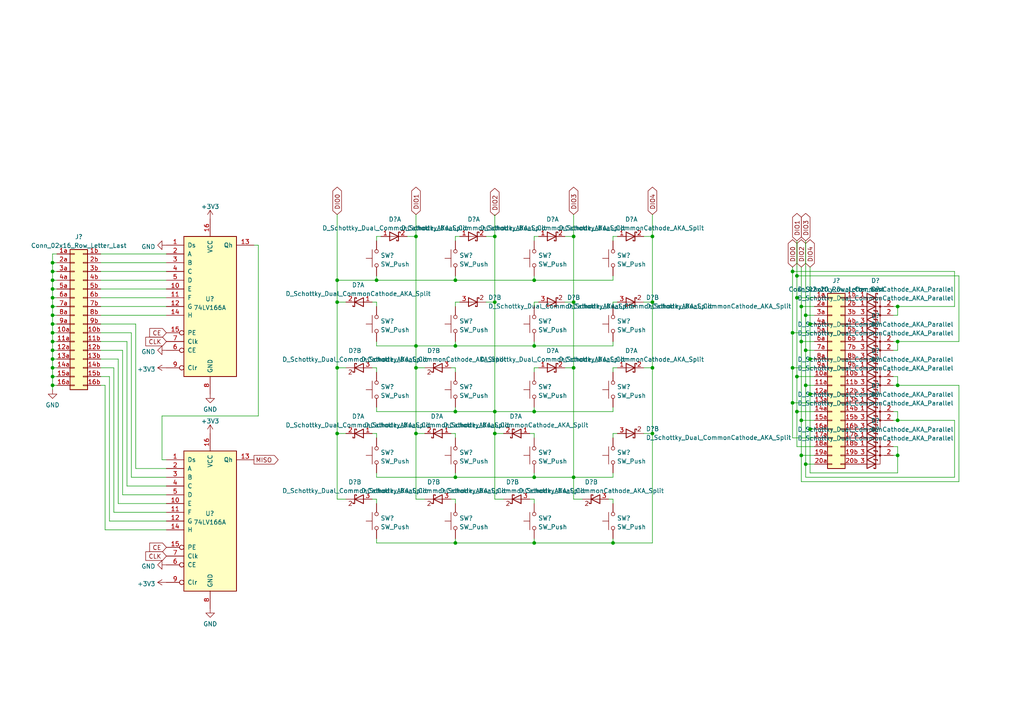
<source format=kicad_sch>
(kicad_sch (version 20211123) (generator eeschema)
  (paper "A4")
  (lib_symbols
    (symbol "74xx:74LS166" (pin_names (offset 1.016))
      (property "Reference" "U" (at -7.62 21.59 0))
      (property "Value" "74LS166" (at -7.62 -21.59 0))
      (symbol "74LS166_1_0"
        (pin input line (at -12.7 17.78 0) (length 5.08) (name "Ds") (number "1"))
        (pin input line (at -12.7 5.08 0) (length 5.08) (name "E") (number "10"))
        (pin input line (at -12.7 2.54 0) (length 5.08) (name "F") (number "11"))
        (pin input line (at -12.7 0 0) (length 5.08) (name "G") (number "12"))
        (pin output line (at 12.7 17.78 180) (length 5.08) (name "Qh") (number "13"))
        (pin input line (at -12.7 -2.54 0) (length 5.08) (name "H") (number "14"))
        (pin input inverted (at -12.7 -7.62 0) (length 5.08) (name "PE") (number "15"))
        (pin power_in line (at 0 25.4 270) (length 5.08) (name "VCC") (number "16"))
        (pin input line (at -12.7 15.24 0) (length 5.08) (name "A") (number "2"))
        (pin input line (at -12.7 12.7 0) (length 5.08) (name "B") (number "3"))
        (pin input line (at -12.7 10.16 0) (length 5.08) (name "C") (number "4"))
        (pin input line (at -12.7 7.62 0) (length 5.08) (name "D") (number "5"))
        (pin input inverted (at -12.7 -12.7 0) (length 5.08) (name "CE") (number "6"))
        (pin input line (at -12.7 -10.16 0) (length 5.08) (name "Clk") (number "7"))
        (pin power_in line (at 0 -25.4 90) (length 5.08) (name "GND") (number "8"))
        (pin input inverted (at -12.7 -17.78 0) (length 5.08) (name "Clr") (number "9"))
      )
      (symbol "74LS166_1_1"
        (rectangle (start -7.62 20.32) (end 7.62 -20.32) (stroke (width 0.254)) (fill (type background)))
      )
    )
    (symbol "Connector_Generic:Conn_02x16_Row_Letter_Last" (pin_names (offset 1.016) hide)
      (property "Reference" "J" (at 1.27 20.32 0))
      (property "Value" "Conn_02x16_Row_Letter_Last" (at 1.27 -22.86 0))
      (symbol "Conn_02x16_Row_Letter_Last_1_1"
        (rectangle (start -1.27 -20.193) (end 0 -20.447) (stroke (width 0.1524)))
        (rectangle (start -1.27 -17.653) (end 0 -17.907) (stroke (width 0.1524)))
        (rectangle (start -1.27 -15.113) (end 0 -15.367) (stroke (width 0.1524)))
        (rectangle (start -1.27 -12.573) (end 0 -12.827) (stroke (width 0.1524)))
        (rectangle (start -1.27 -10.033) (end 0 -10.287) (stroke (width 0.1524)))
        (rectangle (start -1.27 -7.493) (end 0 -7.747) (stroke (width 0.1524)))
        (rectangle (start -1.27 -4.953) (end 0 -5.207) (stroke (width 0.1524)))
        (rectangle (start -1.27 -2.413) (end 0 -2.667) (stroke (width 0.1524)))
        (rectangle (start -1.27 0.127) (end 0 -0.127) (stroke (width 0.1524)))
        (rectangle (start -1.27 2.667) (end 0 2.413) (stroke (width 0.1524)))
        (rectangle (start -1.27 5.207) (end 0 4.953) (stroke (width 0.1524)))
        (rectangle (start -1.27 7.747) (end 0 7.493) (stroke (width 0.1524)))
        (rectangle (start -1.27 10.287) (end 0 10.033) (stroke (width 0.1524)))
        (rectangle (start -1.27 12.827) (end 0 12.573) (stroke (width 0.1524)))
        (rectangle (start -1.27 15.367) (end 0 15.113) (stroke (width 0.1524)))
        (rectangle (start -1.27 17.907) (end 0 17.653) (stroke (width 0.1524)))
        (rectangle (start -1.27 19.05) (end 3.81 -21.59) (stroke (width 0.254)) (fill (type background)))
        (rectangle (start 3.81 -20.193) (end 2.54 -20.447) (stroke (width 0.1524)))
        (rectangle (start 3.81 -17.653) (end 2.54 -17.907) (stroke (width 0.1524)))
        (rectangle (start 3.81 -15.113) (end 2.54 -15.367) (stroke (width 0.1524)))
        (rectangle (start 3.81 -12.573) (end 2.54 -12.827) (stroke (width 0.1524)))
        (rectangle (start 3.81 -10.033) (end 2.54 -10.287) (stroke (width 0.1524)))
        (rectangle (start 3.81 -7.493) (end 2.54 -7.747) (stroke (width 0.1524)))
        (rectangle (start 3.81 -4.953) (end 2.54 -5.207) (stroke (width 0.1524)))
        (rectangle (start 3.81 -2.413) (end 2.54 -2.667) (stroke (width 0.1524)))
        (rectangle (start 3.81 0.127) (end 2.54 -0.127) (stroke (width 0.1524)))
        (rectangle (start 3.81 2.667) (end 2.54 2.413) (stroke (width 0.1524)))
        (rectangle (start 3.81 5.207) (end 2.54 4.953) (stroke (width 0.1524)))
        (rectangle (start 3.81 7.747) (end 2.54 7.493) (stroke (width 0.1524)))
        (rectangle (start 3.81 10.287) (end 2.54 10.033) (stroke (width 0.1524)))
        (rectangle (start 3.81 12.827) (end 2.54 12.573) (stroke (width 0.1524)))
        (rectangle (start 3.81 15.367) (end 2.54 15.113) (stroke (width 0.1524)))
        (rectangle (start 3.81 17.907) (end 2.54 17.653) (stroke (width 0.1524)))
        (pin passive line (at -5.08 -5.08 0) (length 3.81) (name "Pin_10a") (number "10a"))
        (pin passive line (at 7.62 -5.08 180) (length 3.81) (name "Pin_10b") (number "10b"))
        (pin passive line (at -5.08 -7.62 0) (length 3.81) (name "Pin_11a") (number "11a"))
        (pin passive line (at 7.62 -7.62 180) (length 3.81) (name "Pin_11b") (number "11b"))
        (pin passive line (at -5.08 -10.16 0) (length 3.81) (name "Pin_12a") (number "12a"))
        (pin passive line (at 7.62 -10.16 180) (length 3.81) (name "Pin_12b") (number "12b"))
        (pin passive line (at -5.08 -12.7 0) (length 3.81) (name "Pin_13a") (number "13a"))
        (pin passive line (at 7.62 -12.7 180) (length 3.81) (name "Pin_13b") (number "13b"))
        (pin passive line (at -5.08 -15.24 0) (length 3.81) (name "Pin_14a") (number "14a"))
        (pin passive line (at 7.62 -15.24 180) (length 3.81) (name "Pin_14b") (number "14b"))
        (pin passive line (at -5.08 -17.78 0) (length 3.81) (name "Pin_15a") (number "15a"))
        (pin passive line (at 7.62 -17.78 180) (length 3.81) (name "Pin_15b") (number "15b"))
        (pin passive line (at -5.08 -20.32 0) (length 3.81) (name "Pin_16a") (number "16a"))
        (pin passive line (at 7.62 -20.32 180) (length 3.81) (name "Pin_16b") (number "16b"))
        (pin passive line (at -5.08 17.78 0) (length 3.81) (name "Pin_1a") (number "1a"))
        (pin passive line (at 7.62 17.78 180) (length 3.81) (name "Pin_1b") (number "1b"))
        (pin passive line (at -5.08 15.24 0) (length 3.81) (name "Pin_2a") (number "2a"))
        (pin passive line (at 7.62 15.24 180) (length 3.81) (name "Pin_2b") (number "2b"))
        (pin passive line (at -5.08 12.7 0) (length 3.81) (name "Pin_3a") (number "3a"))
        (pin passive line (at 7.62 12.7 180) (length 3.81) (name "Pin_3b") (number "3b"))
        (pin passive line (at -5.08 10.16 0) (length 3.81) (name "Pin_4a") (number "4a"))
        (pin passive line (at 7.62 10.16 180) (length 3.81) (name "Pin_4b") (number "4b"))
        (pin passive line (at -5.08 7.62 0) (length 3.81) (name "Pin_5a") (number "5a"))
        (pin passive line (at 7.62 7.62 180) (length 3.81) (name "Pin_5b") (number "5b"))
        (pin passive line (at -5.08 5.08 0) (length 3.81) (name "Pin_6a") (number "6a"))
        (pin passive line (at 7.62 5.08 180) (length 3.81) (name "Pin_6b") (number "6b"))
        (pin passive line (at -5.08 2.54 0) (length 3.81) (name "Pin_7a") (number "7a"))
        (pin passive line (at 7.62 2.54 180) (length 3.81) (name "Pin_7b") (number "7b"))
        (pin passive line (at -5.08 0 0) (length 3.81) (name "Pin_8a") (number "8a"))
        (pin passive line (at 7.62 0 180) (length 3.81) (name "Pin_8b") (number "8b"))
        (pin passive line (at -5.08 -2.54 0) (length 3.81) (name "Pin_9a") (number "9a"))
        (pin passive line (at 7.62 -2.54 180) (length 3.81) (name "Pin_9b") (number "9b"))
      )
    )
    (symbol "Connector_Generic:Conn_02x20_Row_Letter_Last" (pin_names (offset 1.016) hide)
      (property "Reference" "J" (at 1.27 25.4 0))
      (property "Value" "Conn_02x20_Row_Letter_Last" (at 1.27 -27.94 0))
      (symbol "Conn_02x20_Row_Letter_Last_1_1"
        (rectangle (start -1.27 -25.273) (end 0 -25.527) (stroke (width 0.1524)))
        (rectangle (start -1.27 -22.733) (end 0 -22.987) (stroke (width 0.1524)))
        (rectangle (start -1.27 -20.193) (end 0 -20.447) (stroke (width 0.1524)))
        (rectangle (start -1.27 -17.653) (end 0 -17.907) (stroke (width 0.1524)))
        (rectangle (start -1.27 -15.113) (end 0 -15.367) (stroke (width 0.1524)))
        (rectangle (start -1.27 -12.573) (end 0 -12.827) (stroke (width 0.1524)))
        (rectangle (start -1.27 -10.033) (end 0 -10.287) (stroke (width 0.1524)))
        (rectangle (start -1.27 -7.493) (end 0 -7.747) (stroke (width 0.1524)))
        (rectangle (start -1.27 -4.953) (end 0 -5.207) (stroke (width 0.1524)))
        (rectangle (start -1.27 -2.413) (end 0 -2.667) (stroke (width 0.1524)))
        (rectangle (start -1.27 0.127) (end 0 -0.127) (stroke (width 0.1524)))
        (rectangle (start -1.27 2.667) (end 0 2.413) (stroke (width 0.1524)))
        (rectangle (start -1.27 5.207) (end 0 4.953) (stroke (width 0.1524)))
        (rectangle (start -1.27 7.747) (end 0 7.493) (stroke (width 0.1524)))
        (rectangle (start -1.27 10.287) (end 0 10.033) (stroke (width 0.1524)))
        (rectangle (start -1.27 12.827) (end 0 12.573) (stroke (width 0.1524)))
        (rectangle (start -1.27 15.367) (end 0 15.113) (stroke (width 0.1524)))
        (rectangle (start -1.27 17.907) (end 0 17.653) (stroke (width 0.1524)))
        (rectangle (start -1.27 20.447) (end 0 20.193) (stroke (width 0.1524)))
        (rectangle (start -1.27 22.987) (end 0 22.733) (stroke (width 0.1524)))
        (rectangle (start -1.27 24.13) (end 3.81 -26.67) (stroke (width 0.254)) (fill (type background)))
        (rectangle (start 3.81 -25.273) (end 2.54 -25.527) (stroke (width 0.1524)))
        (rectangle (start 3.81 -22.733) (end 2.54 -22.987) (stroke (width 0.1524)))
        (rectangle (start 3.81 -20.193) (end 2.54 -20.447) (stroke (width 0.1524)))
        (rectangle (start 3.81 -17.653) (end 2.54 -17.907) (stroke (width 0.1524)))
        (rectangle (start 3.81 -15.113) (end 2.54 -15.367) (stroke (width 0.1524)))
        (rectangle (start 3.81 -12.573) (end 2.54 -12.827) (stroke (width 0.1524)))
        (rectangle (start 3.81 -10.033) (end 2.54 -10.287) (stroke (width 0.1524)))
        (rectangle (start 3.81 -7.493) (end 2.54 -7.747) (stroke (width 0.1524)))
        (rectangle (start 3.81 -4.953) (end 2.54 -5.207) (stroke (width 0.1524)))
        (rectangle (start 3.81 -2.413) (end 2.54 -2.667) (stroke (width 0.1524)))
        (rectangle (start 3.81 0.127) (end 2.54 -0.127) (stroke (width 0.1524)))
        (rectangle (start 3.81 2.667) (end 2.54 2.413) (stroke (width 0.1524)))
        (rectangle (start 3.81 5.207) (end 2.54 4.953) (stroke (width 0.1524)))
        (rectangle (start 3.81 7.747) (end 2.54 7.493) (stroke (width 0.1524)))
        (rectangle (start 3.81 10.287) (end 2.54 10.033) (stroke (width 0.1524)))
        (rectangle (start 3.81 12.827) (end 2.54 12.573) (stroke (width 0.1524)))
        (rectangle (start 3.81 15.367) (end 2.54 15.113) (stroke (width 0.1524)))
        (rectangle (start 3.81 17.907) (end 2.54 17.653) (stroke (width 0.1524)))
        (rectangle (start 3.81 20.447) (end 2.54 20.193) (stroke (width 0.1524)))
        (rectangle (start 3.81 22.987) (end 2.54 22.733) (stroke (width 0.1524)))
        (pin passive line (at -5.08 0 0) (length 3.81) (name "Pin_10a") (number "10a"))
        (pin passive line (at 7.62 0 180) (length 3.81) (name "Pin_10b") (number "10b"))
        (pin passive line (at -5.08 -2.54 0) (length 3.81) (name "Pin_11a") (number "11a"))
        (pin passive line (at 7.62 -2.54 180) (length 3.81) (name "Pin_11b") (number "11b"))
        (pin passive line (at -5.08 -5.08 0) (length 3.81) (name "Pin_12a") (number "12a"))
        (pin passive line (at 7.62 -5.08 180) (length 3.81) (name "Pin_12b") (number "12b"))
        (pin passive line (at -5.08 -7.62 0) (length 3.81) (name "Pin_13a") (number "13a"))
        (pin passive line (at 7.62 -7.62 180) (length 3.81) (name "Pin_13b") (number "13b"))
        (pin passive line (at -5.08 -10.16 0) (length 3.81) (name "Pin_14a") (number "14a"))
        (pin passive line (at 7.62 -10.16 180) (length 3.81) (name "Pin_14b") (number "14b"))
        (pin passive line (at -5.08 -12.7 0) (length 3.81) (name "Pin_15a") (number "15a"))
        (pin passive line (at 7.62 -12.7 180) (length 3.81) (name "Pin_15b") (number "15b"))
        (pin passive line (at -5.08 -15.24 0) (length 3.81) (name "Pin_16a") (number "16a"))
        (pin passive line (at 7.62 -15.24 180) (length 3.81) (name "Pin_16b") (number "16b"))
        (pin passive line (at -5.08 -17.78 0) (length 3.81) (name "Pin_17a") (number "17a"))
        (pin passive line (at 7.62 -17.78 180) (length 3.81) (name "Pin_17b") (number "17b"))
        (pin passive line (at -5.08 -20.32 0) (length 3.81) (name "Pin_18a") (number "18a"))
        (pin passive line (at 7.62 -20.32 180) (length 3.81) (name "Pin_18b") (number "18b"))
        (pin passive line (at -5.08 -22.86 0) (length 3.81) (name "Pin_19a") (number "19a"))
        (pin passive line (at 7.62 -22.86 180) (length 3.81) (name "Pin_19b") (number "19b"))
        (pin passive line (at -5.08 22.86 0) (length 3.81) (name "Pin_1a") (number "1a"))
        (pin passive line (at 7.62 22.86 180) (length 3.81) (name "Pin_1b") (number "1b"))
        (pin passive line (at -5.08 -25.4 0) (length 3.81) (name "Pin_20a") (number "20a"))
        (pin passive line (at 7.62 -25.4 180) (length 3.81) (name "Pin_20b") (number "20b"))
        (pin passive line (at -5.08 20.32 0) (length 3.81) (name "Pin_2a") (number "2a"))
        (pin passive line (at 7.62 20.32 180) (length 3.81) (name "Pin_2b") (number "2b"))
        (pin passive line (at -5.08 17.78 0) (length 3.81) (name "Pin_3a") (number "3a"))
        (pin passive line (at 7.62 17.78 180) (length 3.81) (name "Pin_3b") (number "3b"))
        (pin passive line (at -5.08 15.24 0) (length 3.81) (name "Pin_4a") (number "4a"))
        (pin passive line (at 7.62 15.24 180) (length 3.81) (name "Pin_4b") (number "4b"))
        (pin passive line (at -5.08 12.7 0) (length 3.81) (name "Pin_5a") (number "5a"))
        (pin passive line (at 7.62 12.7 180) (length 3.81) (name "Pin_5b") (number "5b"))
        (pin passive line (at -5.08 10.16 0) (length 3.81) (name "Pin_6a") (number "6a"))
        (pin passive line (at 7.62 10.16 180) (length 3.81) (name "Pin_6b") (number "6b"))
        (pin passive line (at -5.08 7.62 0) (length 3.81) (name "Pin_7a") (number "7a"))
        (pin passive line (at 7.62 7.62 180) (length 3.81) (name "Pin_7b") (number "7b"))
        (pin passive line (at -5.08 5.08 0) (length 3.81) (name "Pin_8a") (number "8a"))
        (pin passive line (at 7.62 5.08 180) (length 3.81) (name "Pin_8b") (number "8b"))
        (pin passive line (at -5.08 2.54 0) (length 3.81) (name "Pin_9a") (number "9a"))
        (pin passive line (at 7.62 2.54 180) (length 3.81) (name "Pin_9b") (number "9b"))
      )
    )
    (symbol "Device:D_Schottky_Dual_CommonCathode_AKA_Parallel" (pin_names (offset 0.762) hide)
      (property "Reference" "D" (at 0 5.08 0))
      (property "Value" "D_Schottky_Dual_CommonCathode_AKA_Parallel" (at 0 -5.08 0))
      (symbol "D_Schottky_Dual_CommonCathode_AKA_Parallel_0_1"
        (polyline (pts (xy 1.27 0) (xy 2.54 0)))
        (polyline (pts (xy -2.54 -2.54) (xy 1.27 -2.54) (xy 1.27 2.54) (xy -2.54 2.54)))
        (polyline (pts (xy -2.54 -1.27) (xy 0 -2.54) (xy -2.54 -3.81) (xy -2.54 -1.27) (xy -2.54 -1.27) (xy -2.54 -1.27)) (stroke (width 0.254)))
        (polyline (pts (xy -2.54 3.81) (xy 0 2.54) (xy -2.54 1.27) (xy -2.54 3.81) (xy -2.54 3.81) (xy -2.54 3.81)) (stroke (width 0.254)))
        (polyline (pts (xy 0.508 -1.524) (xy 0.508 -1.27) (xy 0 -1.27) (xy 0 -3.81) (xy -0.508 -3.81) (xy -0.508 -3.556)) (stroke (width 0.254)))
        (polyline (pts (xy 0.508 3.556) (xy 0.508 3.81) (xy 0 3.81) (xy 0 1.27) (xy -0.508 1.27) (xy -0.508 1.524)) (stroke (width 0.254)))
        (circle (center 1.27 0) (radius 0.254) (fill (type outline)))
        (pin passive line (at -5.08 2.54 0) (length 2.54) (name "K") (number "1"))
        (pin passive line (at 5.08 0 180) (length 2.54) (name "A") (number "2"))
        (pin passive line (at -5.08 -2.54 0) (length 2.54) (name "K") (number "3"))
      )
    )
    (symbol "Device:D_Schottky_Dual_CommonCathode_AKA_Split" (pin_names (offset 0.762) hide)
      (property "Reference" "D" (at 0 2.54 0))
      (property "Value" "D_Schottky_Dual_CommonCathode_AKA_Split" (at 0 -2.54 0))
      (symbol "D_Schottky_Dual_CommonCathode_AKA_Split_0_1"
        (polyline (pts (xy -1.27 1.27) (xy 1.27 0) (xy -1.27 -1.27) (xy -1.27 1.27) (xy -1.27 1.27) (xy -1.27 1.27)) (stroke (width 0.254)))
        (polyline (pts (xy 1.778 1.016) (xy 1.778 1.27) (xy 1.27 1.27) (xy 1.27 -1.27) (xy 0.762 -1.27) (xy 0.762 -1.016)) (stroke (width 0.254)))
      )
      (symbol "D_Schottky_Dual_CommonCathode_AKA_Split_1_1"
        (polyline (pts (xy 1.27 0) (xy -1.27 0)))
        (pin passive line (at -3.81 0 0) (length 2.54) (name "A") (number "1"))
        (pin passive line (at 3.81 0 180) (length 2.54) (name "K") (number "2"))
      )
      (symbol "D_Schottky_Dual_CommonCathode_AKA_Split_2_0"
        (polyline (pts (xy 3.81 0) (xy -1.27 0)))
        (text "2" (at 2.54 1.27 0) (effects (font (size 1.27 1.27))))
      )
      (symbol "D_Schottky_Dual_CommonCathode_AKA_Split_2_1"
        (pin passive line (at -3.81 0 0) (length 2.54) (name "K") (number "3"))
      )
    )
    (symbol "Switch:SW_Push" (pin_numbers hide) (pin_names (offset 1.016) hide)
      (property "Reference" "SW" (at 1.27 2.54 0))
      (property "Value" "SW_Push" (at 0 -1.524 0))
      (symbol "SW_Push_0_1"
        (circle (center -2.032 0) (radius 0.508))
        (polyline (pts (xy 0 1.27) (xy 0 3.048)))
        (polyline (pts (xy 2.54 1.27) (xy -2.54 1.27)))
        (circle (center 2.032 0) (radius 0.508))
        (pin passive line (at -5.08 0 0) (length 2.54) (name "1") (number "1"))
        (pin passive line (at 5.08 0 180) (length 2.54) (name "2") (number "2"))
      )
    )
    (symbol "power:+3V3" (power) (pin_names (offset 0))
      (property "Value" "+3V3" (at 0 3.556 0))
      (symbol "+3V3_0_1"
        (polyline (pts (xy -0.762 1.27) (xy 0 2.54)))
        (polyline (pts (xy 0 0) (xy 0 2.54)))
        (polyline (pts (xy 0 2.54) (xy 0.762 1.27)))
      )
      (symbol "+3V3_1_1"
        (pin power_in line (at 0 0 90) (length 0) hide (name "+3V3") (number "1"))
      )
    )
    (symbol "power:GND" (power) (pin_names (offset 0))
      (property "Value" "GND" (at 0 -3.81 0))
      (symbol "GND_0_1"
        (polyline (pts (xy 0 0) (xy 0 -1.27) (xy 1.27 -1.27) (xy 0 -2.54) (xy -1.27 -1.27) (xy 0 -1.27)))
      )
      (symbol "GND_1_1"
        (pin power_in line (at 0 0 270) (length 0) hide (name "GND") (number "1"))
      )
    )
  )
  (junction (at 120.65 125.73))
  (junction (at 132.08 81.28))
  (junction (at 260.35 99.06))
  (junction (at 143.51 87.63))
  (junction (at 15.24 78.74))
  (junction (at 15.24 109.22))
  (junction (at 166.37 87.63))
  (junction (at 154.94 100.33))
  (junction (at 15.24 101.6))
  (junction (at 231.14 119.38))
  (junction (at 143.51 68.58))
  (junction (at 234.95 114.3))
  (junction (at 260.35 132.08))
  (junction (at 15.24 76.2))
  (junction (at 189.23 87.63))
  (junction (at 15.24 81.28))
  (junction (at 120.65 106.68))
  (junction (at 229.87 106.68))
  (junction (at 233.68 134.62))
  (junction (at 15.24 106.68))
  (junction (at 166.37 68.58))
  (junction (at 231.14 109.22))
  (junction (at 233.68 101.6))
  (junction (at 234.95 104.14))
  (junction (at 97.79 106.68))
  (junction (at 15.24 83.82))
  (junction (at 15.24 93.98))
  (junction (at 260.35 88.9))
  (junction (at 229.87 96.52))
  (junction (at 15.24 99.06))
  (junction (at 232.41 121.92))
  (junction (at 97.79 125.73))
  (junction (at 154.94 157.48))
  (junction (at 132.08 100.33))
  (junction (at 154.94 81.28))
  (junction (at 120.65 100.33))
  (junction (at 120.65 68.58))
  (junction (at 233.68 111.76))
  (junction (at 15.24 104.14))
  (junction (at 97.79 81.28))
  (junction (at 132.08 119.38))
  (junction (at 166.37 106.68))
  (junction (at 154.94 138.43))
  (junction (at 234.95 124.46))
  (junction (at 143.51 119.38))
  (junction (at 15.24 96.52))
  (junction (at 15.24 111.76))
  (junction (at 166.37 138.43))
  (junction (at 132.08 138.43))
  (junction (at 231.14 80.01))
  (junction (at 109.22 81.28))
  (junction (at 189.23 68.58))
  (junction (at 143.51 125.73))
  (junction (at 232.41 132.08))
  (junction (at 97.79 87.63))
  (junction (at 232.41 99.06))
  (junction (at 229.87 78.74))
  (junction (at 15.24 88.9))
  (junction (at 189.23 106.68))
  (junction (at 177.8 157.48))
  (junction (at 232.41 88.9))
  (junction (at 260.35 111.76))
  (junction (at 15.24 86.36))
  (junction (at 132.08 157.48))
  (junction (at 233.68 91.44))
  (junction (at 15.24 91.44))
  (junction (at 229.87 116.84))
  (junction (at 189.23 125.73))
  (junction (at 154.94 119.38))
  (junction (at 260.35 121.92))
  (junction (at 231.14 86.36))
  (junction (at 234.95 93.98))
  (wire (pts (xy 15.24 106.68) (xy 16.51 106.68)))
  (wire (pts (xy 109.22 137.16) (xy 109.22 138.43)))
  (wire (pts (xy 177.8 127) (xy 177.8 125.73)))
  (wire (pts (xy 109.22 146.05) (xy 109.22 144.78)))
  (wire (pts (xy 177.8 157.48) (xy 189.23 157.48)))
  (wire (pts (xy 232.41 99.06) (xy 232.41 121.92)))
  (wire (pts (xy 177.8 81.28) (xy 154.94 81.28)))
  (wire (pts (xy 231.14 86.36) (xy 236.22 86.36)))
  (wire (pts (xy 100.33 87.63) (xy 97.79 87.63)))
  (wire (pts (xy 154.94 137.16) (xy 154.94 138.43)))
  (wire (pts (xy 260.35 132.08) (xy 260.35 137.16)))
  (wire (pts (xy 35.56 143.51) (xy 48.26 143.51)))
  (wire (pts (xy 143.51 144.78) (xy 143.51 125.73)))
  (wire (pts (xy 186.69 125.73) (xy 189.23 125.73)))
  (wire (pts (xy 233.68 101.6) (xy 233.68 111.76)))
  (wire (pts (xy 120.65 100.33) (xy 132.08 100.33)))
  (wire (pts (xy 15.24 76.2) (xy 16.51 76.2)))
  (wire (pts (xy 34.29 104.14) (xy 29.21 104.14)))
  (wire (pts (xy 177.8 118.11) (xy 177.8 119.38)))
  (wire (pts (xy 259.08 132.08) (xy 260.35 132.08)))
  (wire (pts (xy 46.99 133.35) (xy 48.26 133.35)))
  (wire (pts (xy 177.8 68.58) (xy 177.8 69.85)))
  (wire (pts (xy 143.51 87.63) (xy 143.51 119.38)))
  (wire (pts (xy 15.24 78.74) (xy 15.24 81.28)))
  (wire (pts (xy 234.95 114.3) (xy 236.22 114.3)))
  (wire (pts (xy 107.95 87.63) (xy 109.22 87.63)))
  (wire (pts (xy 130.81 125.73) (xy 132.08 125.73)))
  (wire (pts (xy 154.94 68.58) (xy 154.94 69.85)))
  (wire (pts (xy 109.22 81.28) (xy 132.08 81.28)))
  (wire (pts (xy 30.48 111.76) (xy 30.48 153.67)))
  (wire (pts (xy 276.86 78.74) (xy 276.86 88.9)))
  (wire (pts (xy 260.35 111.76) (xy 278.13 111.76)))
  (wire (pts (xy 132.08 157.48) (xy 154.94 157.48)))
  (wire (pts (xy 186.69 87.63) (xy 189.23 87.63)))
  (wire (pts (xy 15.24 76.2) (xy 15.24 78.74)))
  (wire (pts (xy 97.79 81.28) (xy 109.22 81.28)))
  (wire (pts (xy 179.07 87.63) (xy 177.8 87.63)))
  (wire (pts (xy 259.08 99.06) (xy 260.35 99.06)))
  (wire (pts (xy 231.14 119.38) (xy 236.22 119.38)))
  (wire (pts (xy 177.8 119.38) (xy 154.94 119.38)))
  (wire (pts (xy 259.08 111.76) (xy 260.35 111.76)))
  (wire (pts (xy 133.35 68.58) (xy 132.08 68.58)))
  (wire (pts (xy 33.02 106.68) (xy 33.02 148.59)))
  (wire (pts (xy 166.37 106.68) (xy 166.37 138.43)))
  (wire (pts (xy 234.95 124.46) (xy 234.95 137.16)))
  (wire (pts (xy 109.22 144.78) (xy 107.95 144.78)))
  (wire (pts (xy 15.24 81.28) (xy 16.51 81.28)))
  (wire (pts (xy 74.93 120.65) (xy 46.99 120.65)))
  (wire (pts (xy 15.24 88.9) (xy 15.24 91.44)))
  (wire (pts (xy 15.24 78.74) (xy 16.51 78.74)))
  (wire (pts (xy 15.24 101.6) (xy 15.24 104.14)))
  (wire (pts (xy 123.19 125.73) (xy 120.65 125.73)))
  (wire (pts (xy 156.21 106.68) (xy 154.94 106.68)))
  (wire (pts (xy 132.08 156.21) (xy 132.08 157.48)))
  (wire (pts (xy 110.49 68.58) (xy 109.22 68.58)))
  (wire (pts (xy 140.97 68.58) (xy 143.51 68.58)))
  (wire (pts (xy 154.94 106.68) (xy 154.94 107.95)))
  (wire (pts (xy 229.87 96.52) (xy 229.87 106.68)))
  (wire (pts (xy 177.8 106.68) (xy 177.8 107.95)))
  (wire (pts (xy 29.21 78.74) (xy 48.26 78.74)))
  (wire (pts (xy 132.08 106.68) (xy 132.08 107.95)))
  (wire (pts (xy 260.35 129.54) (xy 260.35 132.08)))
  (wire (pts (xy 234.95 104.14) (xy 236.22 104.14)))
  (wire (pts (xy 278.13 80.01) (xy 231.14 80.01)))
  (wire (pts (xy 15.24 81.28) (xy 15.24 83.82)))
  (wire (pts (xy 132.08 137.16) (xy 132.08 138.43)))
  (wire (pts (xy 154.94 156.21) (xy 154.94 157.48)))
  (wire (pts (xy 109.22 68.58) (xy 109.22 69.85)))
  (wire (pts (xy 146.05 125.73) (xy 143.51 125.73)))
  (wire (pts (xy 109.22 106.68) (xy 109.22 107.95)))
  (wire (pts (xy 166.37 87.63) (xy 166.37 68.58)))
  (wire (pts (xy 132.08 68.58) (xy 132.08 69.85)))
  (wire (pts (xy 156.21 87.63) (xy 154.94 87.63)))
  (wire (pts (xy 231.14 119.38) (xy 231.14 129.54)))
  (wire (pts (xy 259.08 91.44) (xy 260.35 91.44)))
  (wire (pts (xy 229.87 116.84) (xy 229.87 127)))
  (wire (pts (xy 132.08 100.33) (xy 154.94 100.33)))
  (wire (pts (xy 143.51 87.63) (xy 143.51 68.58)))
  (wire (pts (xy 233.68 138.43) (xy 276.86 138.43)))
  (wire (pts (xy 97.79 106.68) (xy 97.79 87.63)))
  (wire (pts (xy 229.87 106.68) (xy 236.22 106.68)))
  (wire (pts (xy 29.21 76.2) (xy 48.26 76.2)))
  (wire (pts (xy 259.08 101.6) (xy 260.35 101.6)))
  (wire (pts (xy 278.13 80.01) (xy 278.13 99.06)))
  (wire (pts (xy 132.08 87.63) (xy 132.08 88.9)))
  (wire (pts (xy 15.24 83.82) (xy 15.24 86.36)))
  (wire (pts (xy 15.24 93.98) (xy 16.51 93.98)))
  (wire (pts (xy 15.24 99.06) (xy 16.51 99.06)))
  (wire (pts (xy 132.08 119.38) (xy 143.51 119.38)))
  (wire (pts (xy 118.11 68.58) (xy 120.65 68.58)))
  (wire (pts (xy 154.94 125.73) (xy 154.94 127)))
  (wire (pts (xy 15.24 109.22) (xy 15.24 111.76)))
  (wire (pts (xy 97.79 81.28) (xy 97.79 87.63)))
  (wire (pts (xy 29.21 81.28) (xy 48.26 81.28)))
  (wire (pts (xy 48.26 140.97) (xy 36.83 140.97)))
  (wire (pts (xy 100.33 125.73) (xy 97.79 125.73)))
  (wire (pts (xy 34.29 146.05) (xy 34.29 104.14)))
  (wire (pts (xy 109.22 119.38) (xy 132.08 119.38)))
  (wire (pts (xy 276.86 78.74) (xy 229.87 78.74)))
  (wire (pts (xy 29.21 86.36) (xy 48.26 86.36)))
  (wire (pts (xy 48.26 151.13) (xy 31.75 151.13)))
  (wire (pts (xy 229.87 96.52) (xy 236.22 96.52)))
  (wire (pts (xy 109.22 118.11) (xy 109.22 119.38)))
  (wire (pts (xy 278.13 111.76) (xy 278.13 139.7)))
  (wire (pts (xy 177.8 87.63) (xy 177.8 88.9)))
  (wire (pts (xy 229.87 127) (xy 236.22 127)))
  (wire (pts (xy 39.37 135.89) (xy 39.37 93.98)))
  (wire (pts (xy 15.24 101.6) (xy 16.51 101.6)))
  (wire (pts (xy 232.41 88.9) (xy 232.41 99.06)))
  (wire (pts (xy 166.37 62.23) (xy 166.37 68.58)))
  (wire (pts (xy 260.35 91.44) (xy 260.35 88.9)))
  (wire (pts (xy 109.22 99.06) (xy 109.22 100.33)))
  (wire (pts (xy 15.24 99.06) (xy 15.24 101.6)))
  (wire (pts (xy 156.21 68.58) (xy 154.94 68.58)))
  (wire (pts (xy 35.56 101.6) (xy 35.56 143.51)))
  (wire (pts (xy 153.67 125.73) (xy 154.94 125.73)))
  (wire (pts (xy 132.08 146.05) (xy 132.08 144.78)))
  (wire (pts (xy 233.68 111.76) (xy 233.68 134.62)))
  (wire (pts (xy 39.37 93.98) (xy 29.21 93.98)))
  (wire (pts (xy 229.87 77.47) (xy 229.87 78.74)))
  (wire (pts (xy 260.35 109.22) (xy 260.35 111.76)))
  (wire (pts (xy 276.86 121.92) (xy 276.86 138.43)))
  (wire (pts (xy 231.14 80.01) (xy 231.14 86.36)))
  (wire (pts (xy 166.37 144.78) (xy 166.37 138.43)))
  (wire (pts (xy 229.87 116.84) (xy 236.22 116.84)))
  (wire (pts (xy 100.33 144.78) (xy 97.79 144.78)))
  (wire (pts (xy 154.94 80.01) (xy 154.94 81.28)))
  (wire (pts (xy 154.94 138.43) (xy 166.37 138.43)))
  (wire (pts (xy 143.51 62.23) (xy 143.51 68.58)))
  (wire (pts (xy 140.97 87.63) (xy 143.51 87.63)))
  (wire (pts (xy 29.21 111.76) (xy 30.48 111.76)))
  (wire (pts (xy 97.79 144.78) (xy 97.79 125.73)))
  (wire (pts (xy 46.99 120.65) (xy 46.99 133.35)))
  (wire (pts (xy 189.23 106.68) (xy 189.23 125.73)))
  (wire (pts (xy 15.24 111.76) (xy 15.24 113.03)))
  (wire (pts (xy 132.08 80.01) (xy 132.08 81.28)))
  (wire (pts (xy 97.79 62.23) (xy 97.79 81.28)))
  (wire (pts (xy 38.1 138.43) (xy 48.26 138.43)))
  (wire (pts (xy 259.08 109.22) (xy 260.35 109.22)))
  (wire (pts (xy 177.8 137.16) (xy 177.8 138.43)))
  (wire (pts (xy 177.8 80.01) (xy 177.8 81.28)))
  (wire (pts (xy 130.81 106.68) (xy 132.08 106.68)))
  (wire (pts (xy 177.8 125.73) (xy 179.07 125.73)))
  (wire (pts (xy 15.24 104.14) (xy 15.24 106.68)))
  (wire (pts (xy 120.65 144.78) (xy 120.65 125.73)))
  (wire (pts (xy 177.8 156.21) (xy 177.8 157.48)))
  (wire (pts (xy 232.41 121.92) (xy 232.41 132.08)))
  (wire (pts (xy 132.08 81.28) (xy 154.94 81.28)))
  (wire (pts (xy 132.08 144.78) (xy 130.81 144.78)))
  (wire (pts (xy 168.91 144.78) (xy 166.37 144.78)))
  (wire (pts (xy 231.14 69.85) (xy 231.14 80.01)))
  (wire (pts (xy 109.22 156.21) (xy 109.22 157.48)))
  (wire (pts (xy 48.26 146.05) (xy 34.29 146.05)))
  (wire (pts (xy 29.21 106.68) (xy 33.02 106.68)))
  (wire (pts (xy 233.68 134.62) (xy 236.22 134.62)))
  (wire (pts (xy 234.95 137.16) (xy 260.35 137.16)))
  (wire (pts (xy 232.41 132.08) (xy 236.22 132.08)))
  (wire (pts (xy 232.41 132.08) (xy 232.41 139.7)))
  (wire (pts (xy 232.41 121.92) (xy 236.22 121.92)))
  (wire (pts (xy 15.24 96.52) (xy 15.24 99.06)))
  (wire (pts (xy 177.8 100.33) (xy 154.94 100.33)))
  (wire (pts (xy 15.24 86.36) (xy 16.51 86.36)))
  (wire (pts (xy 189.23 125.73) (xy 189.23 157.48)))
  (wire (pts (xy 120.65 106.68) (xy 123.19 106.68)))
  (wire (pts (xy 233.68 91.44) (xy 233.68 101.6)))
  (wire (pts (xy 234.95 114.3) (xy 234.95 124.46)))
  (wire (pts (xy 189.23 68.58) (xy 189.23 87.63)))
  (wire (pts (xy 231.14 109.22) (xy 236.22 109.22)))
  (wire (pts (xy 33.02 148.59) (xy 48.26 148.59)))
  (wire (pts (xy 29.21 101.6) (xy 35.56 101.6)))
  (wire (pts (xy 146.05 144.78) (xy 143.51 144.78)))
  (wire (pts (xy 15.24 109.22) (xy 16.51 109.22)))
  (wire (pts (xy 133.35 87.63) (xy 132.08 87.63)))
  (wire (pts (xy 231.14 129.54) (xy 236.22 129.54)))
  (wire (pts (xy 179.07 68.58) (xy 177.8 68.58)))
  (wire (pts (xy 29.21 83.82) (xy 48.26 83.82)))
  (wire (pts (xy 15.24 91.44) (xy 16.51 91.44)))
  (wire (pts (xy 233.68 69.85) (xy 233.68 91.44)))
  (wire (pts (xy 259.08 129.54) (xy 260.35 129.54)))
  (wire (pts (xy 234.95 104.14) (xy 234.95 114.3)))
  (wire (pts (xy 233.68 101.6) (xy 236.22 101.6)))
  (wire (pts (xy 15.24 86.36) (xy 15.24 88.9)))
  (wire (pts (xy 15.24 88.9) (xy 16.51 88.9)))
  (wire (pts (xy 15.24 83.82) (xy 16.51 83.82)))
  (wire (pts (xy 186.69 68.58) (xy 189.23 68.58)))
  (wire (pts (xy 120.65 106.68) (xy 120.65 100.33)))
  (wire (pts (xy 120.65 62.23) (xy 120.65 68.58)))
  (wire (pts (xy 234.95 93.98) (xy 234.95 104.14)))
  (wire (pts (xy 109.22 125.73) (xy 109.22 127)))
  (wire (pts (xy 179.07 106.68) (xy 177.8 106.68)))
  (wire (pts (xy 15.24 96.52) (xy 16.51 96.52)))
  (wire (pts (xy 232.41 139.7) (xy 278.13 139.7)))
  (wire (pts (xy 31.75 109.22) (xy 29.21 109.22)))
  (wire (pts (xy 260.35 121.92) (xy 276.86 121.92)))
  (wire (pts (xy 30.48 153.67) (xy 48.26 153.67)))
  (wire (pts (xy 36.83 140.97) (xy 36.83 99.06)))
  (wire (pts (xy 260.35 99.06) (xy 278.13 99.06)))
  (wire (pts (xy 177.8 144.78) (xy 176.53 144.78)))
  (wire (pts (xy 109.22 100.33) (xy 120.65 100.33)))
  (wire (pts (xy 231.14 86.36) (xy 231.14 109.22)))
  (wire (pts (xy 132.08 125.73) (xy 132.08 127)))
  (wire (pts (xy 132.08 118.11) (xy 132.08 119.38)))
  (wire (pts (xy 259.08 119.38) (xy 260.35 119.38)))
  (wire (pts (xy 109.22 157.48) (xy 132.08 157.48)))
  (wire (pts (xy 36.83 99.06) (xy 29.21 99.06)))
  (wire (pts (xy 109.22 87.63) (xy 109.22 88.9)))
  (wire (pts (xy 107.95 106.68) (xy 109.22 106.68)))
  (wire (pts (xy 48.26 135.89) (xy 39.37 135.89)))
  (wire (pts (xy 123.19 144.78) (xy 120.65 144.78)))
  (wire (pts (xy 163.83 87.63) (xy 166.37 87.63)))
  (wire (pts (xy 120.65 100.33) (xy 120.65 68.58)))
  (wire (pts (xy 234.95 124.46) (xy 236.22 124.46)))
  (wire (pts (xy 234.95 77.47) (xy 234.95 93.98)))
  (wire (pts (xy 260.35 88.9) (xy 276.86 88.9)))
  (wire (pts (xy 120.65 125.73) (xy 120.65 106.68)))
  (wire (pts (xy 229.87 78.74) (xy 229.87 96.52)))
  (wire (pts (xy 233.68 111.76) (xy 236.22 111.76)))
  (wire (pts (xy 189.23 62.23) (xy 189.23 68.58)))
  (wire (pts (xy 236.22 93.98) (xy 234.95 93.98)))
  (wire (pts (xy 177.8 146.05) (xy 177.8 144.78)))
  (wire (pts (xy 154.94 99.06) (xy 154.94 100.33)))
  (wire (pts (xy 97.79 106.68) (xy 100.33 106.68)))
  (wire (pts (xy 15.24 106.68) (xy 15.24 109.22)))
  (wire (pts (xy 154.94 157.48) (xy 177.8 157.48)))
  (wire (pts (xy 143.51 119.38) (xy 154.94 119.38)))
  (wire (pts (xy 177.8 138.43) (xy 166.37 138.43)))
  (wire (pts (xy 15.24 104.14) (xy 16.51 104.14)))
  (wire (pts (xy 189.23 87.63) (xy 189.23 106.68)))
  (wire (pts (xy 16.51 73.66) (xy 15.24 73.66)))
  (wire (pts (xy 154.94 146.05) (xy 154.94 144.78)))
  (wire (pts (xy 232.41 77.47) (xy 232.41 88.9)))
  (wire (pts (xy 15.24 111.76) (xy 16.51 111.76)))
  (wire (pts (xy 177.8 99.06) (xy 177.8 100.33)))
  (wire (pts (xy 260.35 101.6) (xy 260.35 99.06)))
  (wire (pts (xy 29.21 73.66) (xy 48.26 73.66)))
  (wire (pts (xy 236.22 88.9) (xy 232.41 88.9)))
  (wire (pts (xy 154.94 144.78) (xy 153.67 144.78)))
  (wire (pts (xy 29.21 91.44) (xy 48.26 91.44)))
  (wire (pts (xy 15.24 73.66) (xy 15.24 76.2)))
  (wire (pts (xy 231.14 109.22) (xy 231.14 119.38)))
  (wire (pts (xy 154.94 118.11) (xy 154.94 119.38)))
  (wire (pts (xy 233.68 134.62) (xy 233.68 138.43)))
  (wire (pts (xy 259.08 88.9) (xy 260.35 88.9)))
  (wire (pts (xy 15.24 93.98) (xy 15.24 96.52)))
  (wire (pts (xy 38.1 96.52) (xy 38.1 138.43)))
  (wire (pts (xy 29.21 88.9) (xy 48.26 88.9)))
  (wire (pts (xy 260.35 119.38) (xy 260.35 121.92)))
  (wire (pts (xy 259.08 121.92) (xy 260.35 121.92)))
  (wire (pts (xy 236.22 91.44) (xy 233.68 91.44)))
  (wire (pts (xy 232.41 99.06) (xy 236.22 99.06)))
  (wire (pts (xy 31.75 151.13) (xy 31.75 109.22)))
  (wire (pts (xy 15.24 91.44) (xy 15.24 93.98)))
  (wire (pts (xy 166.37 106.68) (xy 166.37 87.63)))
  (wire (pts (xy 29.21 96.52) (xy 38.1 96.52)))
  (wire (pts (xy 109.22 80.01) (xy 109.22 81.28)))
  (wire (pts (xy 186.69 106.68) (xy 189.23 106.68)))
  (wire (pts (xy 132.08 138.43) (xy 154.94 138.43)))
  (wire (pts (xy 107.95 125.73) (xy 109.22 125.73)))
  (wire (pts (xy 154.94 87.63) (xy 154.94 88.9)))
  (wire (pts (xy 73.66 71.12) (xy 74.93 71.12)))
  (wire (pts (xy 132.08 99.06) (xy 132.08 100.33)))
  (wire (pts (xy 229.87 106.68) (xy 229.87 116.84)))
  (wire (pts (xy 163.83 68.58) (xy 166.37 68.58)))
  (wire (pts (xy 143.51 119.38) (xy 143.51 125.73)))
  (wire (pts (xy 74.93 71.12) (xy 74.93 120.65)))
  (wire (pts (xy 97.79 125.73) (xy 97.79 106.68)))
  (wire (pts (xy 109.22 138.43) (xy 132.08 138.43)))
  (wire (pts (xy 163.83 106.68) (xy 166.37 106.68)))
  (global_label "MISO" (shape output) (at 73.66 133.35 0) (property "Intersheet References" "${INTERSHEET_REFS}" (effects hide)))
  (global_label "CE" (shape input) (at 48.26 96.52 180) (property "Intersheet References" "${INTERSHEET_REFS}" (effects hide)))
  (global_label "DIO4" (shape bidirectional) (at 189.23 62.23 90) (property "Intersheet References" "${INTERSHEET_REFS}" (effects hide)))
  (global_label "DIO0" (shape bidirectional) (at 229.87 77.47 90) (property "Intersheet References" "${INTERSHEET_REFS}" (effects hide)))
  (global_label "DIO2" (shape bidirectional) (at 232.41 77.47 90) (property "Intersheet References" "${INTERSHEET_REFS}" (effects hide)))
  (global_label "CLK" (shape input) (at 48.26 99.06 180) (property "Intersheet References" "${INTERSHEET_REFS}" (effects hide)))
  (global_label "DIO4" (shape bidirectional) (at 234.95 77.47 90) (property "Intersheet References" "${INTERSHEET_REFS}" (effects hide)))
  (global_label "DIO3" (shape bidirectional) (at 166.37 62.23 90) (property "Intersheet References" "${INTERSHEET_REFS}" (effects hide)))
  (global_label "DIO3" (shape bidirectional) (at 233.68 69.85 90) (property "Intersheet References" "${INTERSHEET_REFS}" (effects hide)))
  (global_label "DIO1" (shape bidirectional) (at 120.65 62.23 90) (property "Intersheet References" "${INTERSHEET_REFS}" (effects hide)))
  (global_label "CE" (shape input) (at 48.26 158.75 180) (property "Intersheet References" "${INTERSHEET_REFS}" (effects hide)))
  (global_label "CLK" (shape input) (at 48.26 161.29 180) (property "Intersheet References" "${INTERSHEET_REFS}" (effects hide)))
  (global_label "DIO1" (shape bidirectional) (at 231.14 69.85 90) (property "Intersheet References" "${INTERSHEET_REFS}" (effects hide)))
  (global_label "DIO0" (shape bidirectional) (at 97.79 62.23 90) (property "Intersheet References" "${INTERSHEET_REFS}" (effects hide)))
  (global_label "DIO2" (shape bidirectional) (at 143.51 62.5716 90) (property "Intersheet References" "${INTERSHEET_REFS}" (effects hide)))
  (symbol (lib_id "Device:D_Schottky_Dual_CommonCathode_AKA_Split") (at 182.88 87.63 0) (unit 2)
    (property "Reference" "D?" (at 187.325 86.288 0) (effects (justify left)))
    (property "Value" "D_Schottky_Dual_CommonCathode_AKA_Split" (at 187.325 88.8249 0) (effects (justify left)))
  )
  (symbol (lib_id "Device:D_Schottky_Dual_CommonCathode_AKA_Parallel") (at 254 132.08 0) (unit 1)
    (property "Reference" "D?" (at 253.9365 124.5702 0))
    (property "Value" "D_Schottky_Dual_CommonCathode_AKA_Parallel" (at 253.9365 127.1071 0))
  )
  (symbol (lib_id "Switch:SW_Push") (at 177.8 93.98 90) (unit 1)
    (property "Reference" "SW?" (at 178.943 93.1453 90) (effects (justify right)))
    (property "Value" "SW_Push" (at 178.943 95.6822 90) (effects (justify right)))
  )
  (symbol (lib_id "Device:D_Schottky_Dual_CommonCathode_AKA_Split") (at 137.16 87.63 0) (unit 2)
    (property "Reference" "D?" (at 141.605 86.288 0) (effects (justify left)))
    (property "Value" "D_Schottky_Dual_CommonCathode_AKA_Split" (at 141.605 88.8249 0) (effects (justify left)))
  )
  (symbol (lib_id "Switch:SW_Push") (at 177.8 74.93 90) (unit 1)
    (property "Reference" "SW?" (at 178.943 74.0953 90) (effects (justify right)))
    (property "Value" "SW_Push" (at 178.943 76.6322 90) (effects (justify right)))
  )
  (symbol (lib_id "Switch:SW_Push") (at 132.08 74.93 90) (unit 1)
    (property "Reference" "SW?" (at 133.223 74.0953 90) (effects (justify right)))
    (property "Value" "SW_Push" (at 133.223 76.6322 90) (effects (justify right)))
  )
  (symbol (lib_id "Device:D_Schottky_Dual_CommonCathode_AKA_Split") (at 160.02 68.58 0) (unit 1)
    (property "Reference" "D?" (at 160.274 63.6102 0))
    (property "Value" "D_Schottky_Dual_CommonCathode_AKA_Split" (at 160.274 66.1471 0))
  )
  (symbol (lib_id "Switch:SW_Push") (at 154.94 151.13 90) (unit 1)
    (property "Reference" "SW?" (at 156.083 150.2953 90) (effects (justify right)))
    (property "Value" "SW_Push" (at 156.083 152.8322 90) (effects (justify right)))
  )
  (symbol (lib_id "Device:D_Schottky_Dual_CommonCathode_AKA_Split") (at 104.14 87.63 180) (unit 1)
    (property "Reference" "D?" (at 103.886 82.6602 0))
    (property "Value" "D_Schottky_Dual_CommonCathode_AKA_Split" (at 103.886 85.1971 0))
  )
  (symbol (lib_id "power:GND") (at 60.96 114.3 0) (unit 1)
    (property "Reference" "#PWR?" (effects hide))
    (property "Value" "GND" (at 60.96 118.7434 0))
  )
  (symbol (lib_id "power:+3V3") (at 60.96 63.5 0) (unit 1)
    (property "Reference" "#PWR?" (effects hide))
    (property "Value" "+3V3" (at 60.96 59.9242 0))
  )
  (symbol (lib_id "Device:D_Schottky_Dual_CommonCathode_AKA_Split") (at 127 125.73 180) (unit 1)
    (property "Reference" "D?" (at 126.746 120.7602 0))
    (property "Value" "D_Schottky_Dual_CommonCathode_AKA_Split" (at 126.746 123.2971 0))
  )
  (symbol (lib_id "power:GND") (at 15.24 113.03 0) (unit 1)
    (property "Reference" "#PWR?" (effects hide))
    (property "Value" "GND" (at 15.24 117.4734 0))
  )
  (symbol (lib_id "power:+3V3") (at 48.26 106.68 90) (unit 1)
    (property "Reference" "#PWR?" (effects hide))
    (property "Value" "+3V3" (at 45.085 107.1138 90) (effects (justify left)))
  )
  (symbol (lib_id "power:GND") (at 48.26 163.83 270) (unit 1)
    (property "Reference" "#PWR?" (effects hide))
    (property "Value" "GND" (at 45.0851 164.2638 90) (effects (justify right)))
  )
  (symbol (lib_id "Switch:SW_Push") (at 109.22 93.98 90) (unit 1)
    (property "Reference" "SW?" (at 110.363 93.1453 90) (effects (justify right)))
    (property "Value" "SW_Push" (at 110.363 95.6822 90) (effects (justify right)))
  )
  (symbol (lib_id "power:+3V3") (at 48.26 168.91 90) (unit 1)
    (property "Reference" "#PWR?" (effects hide))
    (property "Value" "+3V3" (at 45.085 169.3438 90) (effects (justify left)))
  )
  (symbol (lib_id "Connector_Generic:Conn_02x20_Row_Letter_Last") (at 241.3 109.22 0) (unit 1)
    (property "Reference" "J?" (at 242.57 81.3902 0))
    (property "Value" "Conn_02x20_Row_Letter_Last" (at 242.57 83.9271 0))
  )
  (symbol (lib_id "Device:D_Schottky_Dual_CommonCathode_AKA_Split") (at 182.88 125.73 0) (unit 2)
    (property "Reference" "D?" (at 187.325 124.388 0) (effects (justify left)))
    (property "Value" "D_Schottky_Dual_CommonCathode_AKA_Split" (at 187.325 126.9249 0) (effects (justify left)))
  )
  (symbol (lib_id "Device:D_Schottky_Dual_CommonCathode_AKA_Split") (at 182.88 68.58 0) (unit 1)
    (property "Reference" "D?" (at 183.134 63.6102 0))
    (property "Value" "D_Schottky_Dual_CommonCathode_AKA_Split" (at 183.134 66.1471 0))
  )
  (symbol (lib_id "Device:D_Schottky_Dual_CommonCathode_AKA_Parallel") (at 254 101.6 0) (unit 1)
    (property "Reference" "D?" (at 253.9365 94.0902 0))
    (property "Value" "D_Schottky_Dual_CommonCathode_AKA_Parallel" (at 253.9365 96.6271 0))
  )
  (symbol (lib_id "Device:D_Schottky_Dual_CommonCathode_AKA_Parallel") (at 254 88.9 0) (unit 1)
    (property "Reference" "D?" (at 253.9365 81.3902 0))
    (property "Value" "D_Schottky_Dual_CommonCathode_AKA_Parallel" (at 253.9365 83.9271 0))
  )
  (symbol (lib_id "Device:D_Schottky_Dual_CommonCathode_AKA_Parallel") (at 254 129.54 0) (unit 1)
    (property "Reference" "D?" (at 253.9365 122.0302 0))
    (property "Value" "D_Schottky_Dual_CommonCathode_AKA_Parallel" (at 253.9365 124.5671 0))
  )
  (symbol (lib_id "Switch:SW_Push") (at 154.94 132.08 90) (unit 1)
    (property "Reference" "SW?" (at 156.083 131.2453 90) (effects (justify right)))
    (property "Value" "SW_Push" (at 156.083 133.7822 90) (effects (justify right)))
  )
  (symbol (lib_id "74xx:74LS166") (at 60.96 88.9 0) (unit 1)
    (property "Reference" "U?" (at 60.864 86.7116 0))
    (property "Value" "74LV166A" (at 60.864 89.2485 0))
    (property "Datasheet" "http://www.ti.com/lit/gpn/sn74LS166" (effects hide))
  )
  (symbol (lib_id "Device:D_Schottky_Dual_CommonCathode_AKA_Split") (at 182.88 106.68 0) (unit 1)
    (property "Reference" "D?" (at 183.134 101.7102 0))
    (property "Value" "D_Schottky_Dual_CommonCathode_AKA_Split" (at 183.134 104.2471 0))
  )
  (symbol (lib_id "Switch:SW_Push") (at 154.94 93.98 90) (unit 1)
    (property "Reference" "SW?" (at 156.083 93.1453 90) (effects (justify right)))
    (property "Value" "SW_Push" (at 156.083 95.6822 90) (effects (justify right)))
  )
  (symbol (lib_id "Switch:SW_Push") (at 109.22 151.13 90) (unit 1)
    (property "Reference" "SW?" (at 110.363 150.2953 90) (effects (justify right)))
    (property "Value" "SW_Push" (at 110.363 152.8322 90) (effects (justify right)))
  )
  (symbol (lib_id "Device:D_Schottky_Dual_CommonCathode_AKA_Split") (at 160.02 87.63 0) (unit 2)
    (property "Reference" "D?" (at 164.465 86.288 0) (effects (justify left)))
    (property "Value" "D_Schottky_Dual_CommonCathode_AKA_Split" (at 164.465 88.8249 0) (effects (justify left)))
  )
  (symbol (lib_id "Device:D_Schottky_Dual_CommonCathode_AKA_Split") (at 104.14 125.73 180) (unit 1)
    (property "Reference" "D?" (at 103.886 120.7602 0))
    (property "Value" "D_Schottky_Dual_CommonCathode_AKA_Split" (at 103.886 123.2971 0))
  )
  (symbol (lib_id "Device:D_Schottky_Dual_CommonCathode_AKA_Parallel") (at 254 91.44 0) (unit 1)
    (property "Reference" "D?" (at 253.9365 83.9302 0))
    (property "Value" "D_Schottky_Dual_CommonCathode_AKA_Parallel" (at 253.9365 86.4671 0))
  )
  (symbol (lib_id "Device:D_Schottky_Dual_CommonCathode_AKA_Split") (at 137.16 68.58 0) (unit 1)
    (property "Reference" "D?" (at 137.414 63.6102 0))
    (property "Value" "D_Schottky_Dual_CommonCathode_AKA_Split" (at 137.414 66.1471 0))
  )
  (symbol (lib_id "power:+3V3") (at 60.96 125.73 0) (unit 1)
    (property "Reference" "#PWR?" (effects hide))
    (property "Value" "+3V3" (at 60.96 122.1542 0))
  )
  (symbol (lib_id "Device:D_Schottky_Dual_CommonCathode_AKA_Split") (at 172.72 144.78 180) (unit 2)
    (property "Reference" "D?" (at 171.5135 139.8102 0))
    (property "Value" "D_Schottky_Dual_CommonCathode_AKA_Split" (at 171.5135 142.3471 0))
  )
  (symbol (lib_id "Switch:SW_Push") (at 132.08 151.13 90) (unit 1)
    (property "Reference" "SW?" (at 133.223 150.2953 90) (effects (justify right)))
    (property "Value" "SW_Push" (at 133.223 152.8322 90) (effects (justify right)))
  )
  (symbol (lib_id "power:GND") (at 48.26 101.6 270) (unit 1)
    (property "Reference" "#PWR?" (effects hide))
    (property "Value" "GND" (at 45.0851 102.0338 90) (effects (justify right)))
  )
  (symbol (lib_id "Device:D_Schottky_Dual_CommonCathode_AKA_Parallel") (at 254 109.22 0) (unit 1)
    (property "Reference" "D?" (at 253.9365 101.7102 0))
    (property "Value" "D_Schottky_Dual_CommonCathode_AKA_Parallel" (at 253.9365 104.2471 0))
  )
  (symbol (lib_id "Switch:SW_Push") (at 154.94 113.03 90) (unit 1)
    (property "Reference" "SW?" (at 156.083 112.1953 90) (effects (justify right)))
    (property "Value" "SW_Push" (at 156.083 114.7322 90) (effects (justify right)))
  )
  (symbol (lib_id "Device:D_Schottky_Dual_CommonCathode_AKA_Split") (at 149.86 144.78 180) (unit 2)
    (property "Reference" "D?" (at 148.6535 139.8102 0))
    (property "Value" "D_Schottky_Dual_CommonCathode_AKA_Split" (at 148.6535 142.3471 0))
  )
  (symbol (lib_id "Switch:SW_Push") (at 109.22 132.08 90) (unit 1)
    (property "Reference" "SW?" (at 110.363 131.2453 90) (effects (justify right)))
    (property "Value" "SW_Push" (at 110.363 133.7822 90) (effects (justify right)))
  )
  (symbol (lib_id "Device:D_Schottky_Dual_CommonCathode_AKA_Split") (at 104.14 144.78 180) (unit 2)
    (property "Reference" "D?" (at 102.9335 139.8102 0))
    (property "Value" "D_Schottky_Dual_CommonCathode_AKA_Split" (at 102.9335 142.3471 0))
  )
  (symbol (lib_id "power:GND") (at 60.96 176.53 0) (unit 1)
    (property "Reference" "#PWR?" (effects hide))
    (property "Value" "GND" (at 60.96 180.9734 0))
  )
  (symbol (lib_id "Device:D_Schottky_Dual_CommonCathode_AKA_Split") (at 104.14 106.68 180) (unit 2)
    (property "Reference" "D?" (at 102.9335 101.7102 0))
    (property "Value" "D_Schottky_Dual_CommonCathode_AKA_Split" (at 102.9335 104.2471 0))
  )
  (symbol (lib_id "Device:D_Schottky_Dual_CommonCathode_AKA_Split") (at 127 144.78 180) (unit 2)
    (property "Reference" "D?" (at 125.7935 139.8102 0))
    (property "Value" "D_Schottky_Dual_CommonCathode_AKA_Split" (at 125.7935 142.3471 0))
  )
  (symbol (lib_id "Switch:SW_Push") (at 132.08 113.03 90) (unit 1)
    (property "Reference" "SW?" (at 133.223 112.1953 90) (effects (justify right)))
    (property "Value" "SW_Push" (at 133.223 114.7322 90) (effects (justify right)))
  )
  (symbol (lib_id "Connector_Generic:Conn_02x16_Row_Letter_Last") (at 21.59 91.44 0) (unit 1)
    (property "Reference" "J?" (at 22.86 68.6902 0))
    (property "Value" "Conn_02x16_Row_Letter_Last" (at 22.86 71.2271 0))
  )
  (symbol (lib_id "Device:D_Schottky_Dual_CommonCathode_AKA_Split") (at 127 106.68 180) (unit 2)
    (property "Reference" "D?" (at 125.7935 101.7102 0))
    (property "Value" "D_Schottky_Dual_CommonCathode_AKA_Split" (at 125.7935 104.2471 0))
  )
  (symbol (lib_id "Device:D_Schottky_Dual_CommonCathode_AKA_Parallel") (at 254 121.92 0) (unit 1)
    (property "Reference" "D?" (at 253.9365 114.4102 0))
    (property "Value" "D_Schottky_Dual_CommonCathode_AKA_Parallel" (at 253.9365 116.9471 0))
  )
  (symbol (lib_id "Switch:SW_Push") (at 109.22 74.93 90) (unit 1)
    (property "Reference" "SW?" (at 110.363 74.0953 90) (effects (justify right)))
    (property "Value" "SW_Push" (at 110.363 76.6322 90) (effects (justify right)))
  )
  (symbol (lib_id "Switch:SW_Push") (at 154.94 74.93 90) (unit 1)
    (property "Reference" "SW?" (at 156.083 74.0953 90) (effects (justify right)))
    (property "Value" "SW_Push" (at 156.083 76.6322 90) (effects (justify right)))
  )
  (symbol (lib_id "Switch:SW_Push") (at 132.08 132.08 90) (unit 1)
    (property "Reference" "SW?" (at 133.223 131.2453 90) (effects (justify right)))
    (property "Value" "SW_Push" (at 133.223 133.7822 90) (effects (justify right)))
  )
  (symbol (lib_id "Switch:SW_Push") (at 177.8 132.08 90) (unit 1)
    (property "Reference" "SW?" (at 178.943 131.2453 90) (effects (justify right)))
    (property "Value" "SW_Push" (at 178.943 133.7822 90) (effects (justify right)))
  )
  (symbol (lib_id "Device:D_Schottky_Dual_CommonCathode_AKA_Split") (at 149.86 125.73 180) (unit 1)
    (property "Reference" "D?" (at 149.606 120.7602 0))
    (property "Value" "D_Schottky_Dual_CommonCathode_AKA_Split" (at 149.606 123.2971 0))
  )
  (symbol (lib_id "power:GND") (at 48.26 71.12 270) (unit 1)
    (property "Reference" "#PWR?" (effects hide))
    (property "Value" "GND" (at 45.0851 71.5538 90) (effects (justify right)))
  )
  (symbol (lib_id "Device:D_Schottky_Dual_CommonCathode_AKA_Parallel") (at 254 99.06 0) (unit 1)
    (property "Reference" "D?" (at 253.9365 91.5502 0))
    (property "Value" "D_Schottky_Dual_CommonCathode_AKA_Parallel" (at 253.9365 94.0871 0))
  )
  (symbol (lib_id "74xx:74LS166") (at 60.96 151.13 0) (unit 1)
    (property "Reference" "U?" (at 60.864 148.9416 0))
    (property "Value" "74LV166A" (at 60.864 151.4785 0))
    (property "Datasheet" "http://www.ti.com/lit/gpn/sn74LS166" (effects hide))
  )
  (symbol (lib_id "Device:D_Schottky_Dual_CommonCathode_AKA_Split") (at 160.02 106.68 0) (unit 1)
    (property "Reference" "D?" (at 160.274 101.7102 0))
    (property "Value" "D_Schottky_Dual_CommonCathode_AKA_Split" (at 160.274 104.2471 0))
  )
  (symbol (lib_id "Switch:SW_Push") (at 132.08 93.98 90) (unit 1)
    (property "Reference" "SW?" (at 133.223 93.1453 90) (effects (justify right)))
    (property "Value" "SW_Push" (at 133.223 95.6822 90) (effects (justify right)))
  )
  (symbol (lib_id "Switch:SW_Push") (at 109.22 113.03 90) (unit 1)
    (property "Reference" "SW?" (at 110.363 112.1953 90) (effects (justify right)))
    (property "Value" "SW_Push" (at 110.363 114.7322 90) (effects (justify right)))
  )
  (symbol (lib_id "Device:D_Schottky_Dual_CommonCathode_AKA_Parallel") (at 254 111.76 0) (unit 1)
    (property "Reference" "D?" (at 253.9365 104.2502 0))
    (property "Value" "D_Schottky_Dual_CommonCathode_AKA_Parallel" (at 253.9365 106.7871 0))
  )
  (symbol (lib_id "Device:D_Schottky_Dual_CommonCathode_AKA_Split") (at 114.3 68.58 0) (unit 1)
    (property "Reference" "D?" (at 114.554 63.6102 0))
    (property "Value" "D_Schottky_Dual_CommonCathode_AKA_Split" (at 114.554 66.1471 0))
  )
  (symbol (lib_id "Device:D_Schottky_Dual_CommonCathode_AKA_Parallel") (at 254 119.38 0) (unit 1)
    (property "Reference" "D?" (at 253.9365 111.8702 0))
    (property "Value" "D_Schottky_Dual_CommonCathode_AKA_Parallel" (at 253.9365 114.4071 0))
  )
  (symbol (lib_id "Switch:SW_Push") (at 177.8 151.13 90) (unit 1)
    (property "Reference" "SW?" (at 178.943 150.2953 90) (effects (justify right)))
    (property "Value" "SW_Push" (at 178.943 152.8322 90) (effects (justify right)))
  )
  (symbol (lib_id "Switch:SW_Push") (at 177.8 113.03 90) (unit 1)
    (property "Reference" "SW?" (at 178.943 112.1953 90) (effects (justify right)))
    (property "Value" "SW_Push" (at 178.943 114.7322 90) (effects (justify right)))
  )
)
</source>
